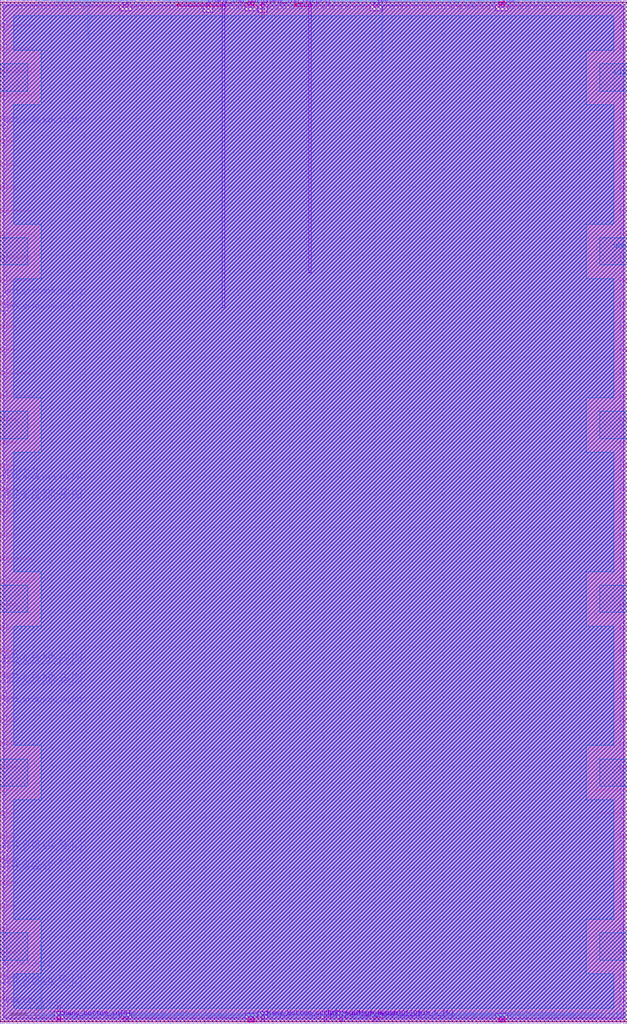
<source format=lef>
VERSION 5.7 ;
BUSBITCHARS "[]" ;

UNITS
  DATABASE MICRONS 1000 ;
END UNITS

MANUFACTURINGGRID 0.005 ;

LAYER li1
  TYPE ROUTING ;
  DIRECTION VERTICAL ;
  PITCH 0.46 ;
  WIDTH 0.17 ;
END li1

LAYER mcon
  TYPE CUT ;
END mcon

LAYER met1
  TYPE ROUTING ;
  DIRECTION HORIZONTAL ;
  PITCH 0.34 ;
  WIDTH 0.14 ;
END met1

LAYER via
  TYPE CUT ;
END via

LAYER met2
  TYPE ROUTING ;
  DIRECTION VERTICAL ;
  PITCH 0.46 ;
  WIDTH 0.14 ;
END met2

LAYER via2
  TYPE CUT ;
END via2

LAYER met3
  TYPE ROUTING ;
  DIRECTION HORIZONTAL ;
  PITCH 0.68 ;
  WIDTH 0.3 ;
END met3

LAYER via3
  TYPE CUT ;
END via3

LAYER met4
  TYPE ROUTING ;
  DIRECTION VERTICAL ;
  PITCH 0.92 ;
  WIDTH 0.3 ;
END met4

LAYER via4
  TYPE CUT ;
END via4

LAYER met5
  TYPE ROUTING ;
  DIRECTION HORIZONTAL ;
  PITCH 3.4 ;
  WIDTH 1.6 ;
END met5

LAYER nwell
  TYPE MASTERSLICE ;
END nwell

LAYER pwell
  TYPE MASTERSLICE ;
END pwell

LAYER OVERLAP
  TYPE OVERLAP ;
END OVERLAP

VIA L1M1_PR
  LAYER li1 ;
    RECT -0.085 -0.085 0.085 0.085 ;
  LAYER mcon ;
    RECT -0.085 -0.085 0.085 0.085 ;
  LAYER met1 ;
    RECT -0.145 -0.115 0.145 0.115 ;
END L1M1_PR

VIA L1M1_PR_R
  LAYER li1 ;
    RECT -0.085 -0.085 0.085 0.085 ;
  LAYER mcon ;
    RECT -0.085 -0.085 0.085 0.085 ;
  LAYER met1 ;
    RECT -0.115 -0.145 0.115 0.145 ;
END L1M1_PR_R

VIA L1M1_PR_M
  LAYER li1 ;
    RECT -0.085 -0.085 0.085 0.085 ;
  LAYER mcon ;
    RECT -0.085 -0.085 0.085 0.085 ;
  LAYER met1 ;
    RECT -0.115 -0.145 0.115 0.145 ;
END L1M1_PR_M

VIA L1M1_PR_MR
  LAYER li1 ;
    RECT -0.085 -0.085 0.085 0.085 ;
  LAYER mcon ;
    RECT -0.085 -0.085 0.085 0.085 ;
  LAYER met1 ;
    RECT -0.145 -0.115 0.145 0.115 ;
END L1M1_PR_MR

VIA L1M1_PR_C
  LAYER li1 ;
    RECT -0.085 -0.085 0.085 0.085 ;
  LAYER mcon ;
    RECT -0.085 -0.085 0.085 0.085 ;
  LAYER met1 ;
    RECT -0.145 -0.145 0.145 0.145 ;
END L1M1_PR_C

VIA M1M2_PR
  LAYER met1 ;
    RECT -0.16 -0.13 0.16 0.13 ;
  LAYER via ;
    RECT -0.075 -0.075 0.075 0.075 ;
  LAYER met2 ;
    RECT -0.13 -0.16 0.13 0.16 ;
END M1M2_PR

VIA M1M2_PR_Enc
  LAYER met1 ;
    RECT -0.16 -0.13 0.16 0.13 ;
  LAYER via ;
    RECT -0.075 -0.075 0.075 0.075 ;
  LAYER met2 ;
    RECT -0.16 -0.13 0.16 0.13 ;
END M1M2_PR_Enc

VIA M1M2_PR_R
  LAYER met1 ;
    RECT -0.13 -0.16 0.13 0.16 ;
  LAYER via ;
    RECT -0.075 -0.075 0.075 0.075 ;
  LAYER met2 ;
    RECT -0.16 -0.13 0.16 0.13 ;
END M1M2_PR_R

VIA M1M2_PR_R_Enc
  LAYER met1 ;
    RECT -0.13 -0.16 0.13 0.16 ;
  LAYER via ;
    RECT -0.075 -0.075 0.075 0.075 ;
  LAYER met2 ;
    RECT -0.13 -0.16 0.13 0.16 ;
END M1M2_PR_R_Enc

VIA M1M2_PR_M
  LAYER met1 ;
    RECT -0.16 -0.13 0.16 0.13 ;
  LAYER via ;
    RECT -0.075 -0.075 0.075 0.075 ;
  LAYER met2 ;
    RECT -0.16 -0.13 0.16 0.13 ;
END M1M2_PR_M

VIA M1M2_PR_M_Enc
  LAYER met1 ;
    RECT -0.16 -0.13 0.16 0.13 ;
  LAYER via ;
    RECT -0.075 -0.075 0.075 0.075 ;
  LAYER met2 ;
    RECT -0.13 -0.16 0.13 0.16 ;
END M1M2_PR_M_Enc

VIA M1M2_PR_MR
  LAYER met1 ;
    RECT -0.13 -0.16 0.13 0.16 ;
  LAYER via ;
    RECT -0.075 -0.075 0.075 0.075 ;
  LAYER met2 ;
    RECT -0.13 -0.16 0.13 0.16 ;
END M1M2_PR_MR

VIA M1M2_PR_MR_Enc
  LAYER met1 ;
    RECT -0.13 -0.16 0.13 0.16 ;
  LAYER via ;
    RECT -0.075 -0.075 0.075 0.075 ;
  LAYER met2 ;
    RECT -0.16 -0.13 0.16 0.13 ;
END M1M2_PR_MR_Enc

VIA M1M2_PR_C
  LAYER met1 ;
    RECT -0.16 -0.16 0.16 0.16 ;
  LAYER via ;
    RECT -0.075 -0.075 0.075 0.075 ;
  LAYER met2 ;
    RECT -0.16 -0.16 0.16 0.16 ;
END M1M2_PR_C

VIA M2M3_PR
  LAYER met2 ;
    RECT -0.14 -0.185 0.14 0.185 ;
  LAYER via2 ;
    RECT -0.1 -0.1 0.1 0.1 ;
  LAYER met3 ;
    RECT -0.165 -0.165 0.165 0.165 ;
END M2M3_PR

VIA M2M3_PR_R
  LAYER met2 ;
    RECT -0.185 -0.14 0.185 0.14 ;
  LAYER via2 ;
    RECT -0.1 -0.1 0.1 0.1 ;
  LAYER met3 ;
    RECT -0.165 -0.165 0.165 0.165 ;
END M2M3_PR_R

VIA M2M3_PR_M
  LAYER met2 ;
    RECT -0.14 -0.185 0.14 0.185 ;
  LAYER via2 ;
    RECT -0.1 -0.1 0.1 0.1 ;
  LAYER met3 ;
    RECT -0.165 -0.165 0.165 0.165 ;
END M2M3_PR_M

VIA M2M3_PR_MR
  LAYER met2 ;
    RECT -0.185 -0.14 0.185 0.14 ;
  LAYER via2 ;
    RECT -0.1 -0.1 0.1 0.1 ;
  LAYER met3 ;
    RECT -0.165 -0.165 0.165 0.165 ;
END M2M3_PR_MR

VIA M2M3_PR_C
  LAYER met2 ;
    RECT -0.185 -0.185 0.185 0.185 ;
  LAYER via2 ;
    RECT -0.1 -0.1 0.1 0.1 ;
  LAYER met3 ;
    RECT -0.165 -0.165 0.165 0.165 ;
END M2M3_PR_C

VIA M3M4_PR
  LAYER met3 ;
    RECT -0.19 -0.16 0.19 0.16 ;
  LAYER via3 ;
    RECT -0.1 -0.1 0.1 0.1 ;
  LAYER met4 ;
    RECT -0.165 -0.165 0.165 0.165 ;
END M3M4_PR

VIA M3M4_PR_R
  LAYER met3 ;
    RECT -0.16 -0.19 0.16 0.19 ;
  LAYER via3 ;
    RECT -0.1 -0.1 0.1 0.1 ;
  LAYER met4 ;
    RECT -0.165 -0.165 0.165 0.165 ;
END M3M4_PR_R

VIA M3M4_PR_M
  LAYER met3 ;
    RECT -0.19 -0.16 0.19 0.16 ;
  LAYER via3 ;
    RECT -0.1 -0.1 0.1 0.1 ;
  LAYER met4 ;
    RECT -0.165 -0.165 0.165 0.165 ;
END M3M4_PR_M

VIA M3M4_PR_MR
  LAYER met3 ;
    RECT -0.16 -0.19 0.16 0.19 ;
  LAYER via3 ;
    RECT -0.1 -0.1 0.1 0.1 ;
  LAYER met4 ;
    RECT -0.165 -0.165 0.165 0.165 ;
END M3M4_PR_MR

VIA M3M4_PR_C
  LAYER met3 ;
    RECT -0.19 -0.19 0.19 0.19 ;
  LAYER via3 ;
    RECT -0.1 -0.1 0.1 0.1 ;
  LAYER met4 ;
    RECT -0.165 -0.165 0.165 0.165 ;
END M3M4_PR_C

VIA M4M5_PR
  LAYER met4 ;
    RECT -0.59 -0.59 0.59 0.59 ;
  LAYER via4 ;
    RECT -0.4 -0.4 0.4 0.4 ;
  LAYER met5 ;
    RECT -0.71 -0.71 0.71 0.71 ;
END M4M5_PR

VIA M4M5_PR_R
  LAYER met4 ;
    RECT -0.59 -0.59 0.59 0.59 ;
  LAYER via4 ;
    RECT -0.4 -0.4 0.4 0.4 ;
  LAYER met5 ;
    RECT -0.71 -0.71 0.71 0.71 ;
END M4M5_PR_R

VIA M4M5_PR_M
  LAYER met4 ;
    RECT -0.59 -0.59 0.59 0.59 ;
  LAYER via4 ;
    RECT -0.4 -0.4 0.4 0.4 ;
  LAYER met5 ;
    RECT -0.71 -0.71 0.71 0.71 ;
END M4M5_PR_M

VIA M4M5_PR_MR
  LAYER met4 ;
    RECT -0.59 -0.59 0.59 0.59 ;
  LAYER via4 ;
    RECT -0.4 -0.4 0.4 0.4 ;
  LAYER met5 ;
    RECT -0.71 -0.71 0.71 0.71 ;
END M4M5_PR_MR

VIA M4M5_PR_C
  LAYER met4 ;
    RECT -0.59 -0.59 0.59 0.59 ;
  LAYER via4 ;
    RECT -0.4 -0.4 0.4 0.4 ;
  LAYER met5 ;
    RECT -0.71 -0.71 0.71 0.71 ;
END M4M5_PR_C

SITE unit
  CLASS CORE ;
  SYMMETRY Y ;
  SIZE 0.46 BY 2.72 ;
END unit

SITE unithddbl
  CLASS CORE ;
  SIZE 0.46 BY 5.44 ;
END unithddbl

MACRO cby_2__1_
  CLASS BLOCK ;
  ORIGIN 0 0 ;
  SIZE 73.6 BY 119.68 ;
  SYMMETRY X Y ;
  PIN pReset[0]
    DIRECTION INPUT ;
    USE SIGNAL ;
    PORT
      LAYER met1 ;
        RECT 0 64.02 0.595 64.16 ;
    END
  END pReset[0]
  PIN chany_bottom_in[0]
    DIRECTION INPUT ;
    USE SIGNAL ;
    PORT
      LAYER met2 ;
        RECT 52.6 0 52.74 0.485 ;
    END
  END chany_bottom_in[0]
  PIN chany_bottom_in[1]
    DIRECTION INPUT ;
    USE SIGNAL ;
    PORT
      LAYER met2 ;
        RECT 53.52 0 53.66 0.485 ;
    END
  END chany_bottom_in[1]
  PIN chany_bottom_in[2]
    DIRECTION INPUT ;
    USE SIGNAL ;
    PORT
      LAYER met2 ;
        RECT 55.36 0 55.5 0.485 ;
    END
  END chany_bottom_in[2]
  PIN chany_bottom_in[3]
    DIRECTION INPUT ;
    USE SIGNAL ;
    PORT
      LAYER met2 ;
        RECT 54.44 0 54.58 0.485 ;
    END
  END chany_bottom_in[3]
  PIN chany_bottom_in[4]
    DIRECTION INPUT ;
    USE SIGNAL ;
    PORT
      LAYER met2 ;
        RECT 16.26 0 16.4 0.485 ;
    END
  END chany_bottom_in[4]
  PIN chany_bottom_in[5]
    DIRECTION INPUT ;
    USE SIGNAL ;
    PORT
      LAYER met4 ;
        RECT 6.75 0 7.05 0.8 ;
    END
  END chany_bottom_in[5]
  PIN chany_bottom_in[6]
    DIRECTION INPUT ;
    USE SIGNAL ;
    PORT
      LAYER met2 ;
        RECT 34.66 0 34.8 0.485 ;
    END
  END chany_bottom_in[6]
  PIN chany_bottom_in[7]
    DIRECTION INPUT ;
    USE SIGNAL ;
    PORT
      LAYER met2 ;
        RECT 14.42 0 14.56 0.485 ;
    END
  END chany_bottom_in[7]
  PIN chany_bottom_in[8]
    DIRECTION INPUT ;
    USE SIGNAL ;
    PORT
      LAYER met2 ;
        RECT 28.68 0 28.82 0.485 ;
    END
  END chany_bottom_in[8]
  PIN chany_bottom_in[9]
    DIRECTION INPUT ;
    USE SIGNAL ;
    PORT
      LAYER met2 ;
        RECT 62.26 0 62.4 0.485 ;
    END
  END chany_bottom_in[9]
  PIN chany_bottom_in[10]
    DIRECTION INPUT ;
    USE SIGNAL ;
    PORT
      LAYER met2 ;
        RECT 10.28 0 10.42 0.485 ;
    END
  END chany_bottom_in[10]
  PIN chany_bottom_in[11]
    DIRECTION INPUT ;
    USE SIGNAL ;
    PORT
      LAYER met2 ;
        RECT 35.58 0 35.72 0.485 ;
    END
  END chany_bottom_in[11]
  PIN chany_bottom_in[12]
    DIRECTION INPUT ;
    USE SIGNAL ;
    PORT
      LAYER met2 ;
        RECT 65.02 0 65.16 0.485 ;
    END
  END chany_bottom_in[12]
  PIN chany_bottom_in[13]
    DIRECTION INPUT ;
    USE SIGNAL ;
    PORT
      LAYER met2 ;
        RECT 15.34 0 15.48 0.485 ;
    END
  END chany_bottom_in[13]
  PIN chany_bottom_in[14]
    DIRECTION INPUT ;
    USE SIGNAL ;
    PORT
      LAYER met2 ;
        RECT 33.74 0 33.88 0.485 ;
    END
  END chany_bottom_in[14]
  PIN chany_bottom_in[15]
    DIRECTION INPUT ;
    USE SIGNAL ;
    PORT
      LAYER met2 ;
        RECT 24.08 0 24.22 0.485 ;
    END
  END chany_bottom_in[15]
  PIN chany_bottom_in[16]
    DIRECTION INPUT ;
    USE SIGNAL ;
    PORT
      LAYER met2 ;
        RECT 6.6 0 6.74 0.485 ;
    END
  END chany_bottom_in[16]
  PIN chany_bottom_in[17]
    DIRECTION INPUT ;
    USE SIGNAL ;
    PORT
      LAYER met2 ;
        RECT 43.86 0 44 0.485 ;
    END
  END chany_bottom_in[17]
  PIN chany_bottom_in[18]
    DIRECTION INPUT ;
    USE SIGNAL ;
    PORT
      LAYER met2 ;
        RECT 51.68 0 51.82 0.485 ;
    END
  END chany_bottom_in[18]
  PIN chany_bottom_in[19]
    DIRECTION INPUT ;
    USE SIGNAL ;
    PORT
      LAYER met2 ;
        RECT 19.94 0 20.08 0.485 ;
    END
  END chany_bottom_in[19]
  PIN chany_bottom_in[20]
    DIRECTION INPUT ;
    USE SIGNAL ;
    PORT
      LAYER met2 ;
        RECT 22.7 0 22.84 0.485 ;
    END
  END chany_bottom_in[20]
  PIN chany_bottom_in[21]
    DIRECTION INPUT ;
    USE SIGNAL ;
    PORT
      LAYER met2 ;
        RECT 18.56 0 18.7 0.485 ;
    END
  END chany_bottom_in[21]
  PIN chany_bottom_in[22]
    DIRECTION INPUT ;
    USE SIGNAL ;
    PORT
      LAYER met2 ;
        RECT 31.9 0 32.04 0.485 ;
    END
  END chany_bottom_in[22]
  PIN chany_bottom_in[23]
    DIRECTION INPUT ;
    USE SIGNAL ;
    PORT
      LAYER met2 ;
        RECT 36.5 0 36.64 0.485 ;
    END
  END chany_bottom_in[23]
  PIN chany_bottom_in[24]
    DIRECTION INPUT ;
    USE SIGNAL ;
    PORT
      LAYER met2 ;
        RECT 56.28 0 56.42 0.485 ;
    END
  END chany_bottom_in[24]
  PIN chany_bottom_in[25]
    DIRECTION INPUT ;
    USE SIGNAL ;
    PORT
      LAYER met2 ;
        RECT 17.64 0 17.78 0.485 ;
    END
  END chany_bottom_in[25]
  PIN chany_bottom_in[26]
    DIRECTION INPUT ;
    USE SIGNAL ;
    PORT
      LAYER met2 ;
        RECT 27.76 0 27.9 0.485 ;
    END
  END chany_bottom_in[26]
  PIN chany_bottom_in[27]
    DIRECTION INPUT ;
    USE SIGNAL ;
    PORT
      LAYER met2 ;
        RECT 21.78 0 21.92 0.485 ;
    END
  END chany_bottom_in[27]
  PIN chany_bottom_in[28]
    DIRECTION INPUT ;
    USE SIGNAL ;
    PORT
      LAYER met2 ;
        RECT 8.44 0 8.58 0.485 ;
    END
  END chany_bottom_in[28]
  PIN chany_bottom_in[29]
    DIRECTION INPUT ;
    USE SIGNAL ;
    PORT
      LAYER met2 ;
        RECT 47.08 0 47.22 0.485 ;
    END
  END chany_bottom_in[29]
  PIN chany_top_in[0]
    DIRECTION INPUT ;
    USE SIGNAL ;
    PORT
      LAYER met2 ;
        RECT 53.52 119.195 53.66 119.68 ;
    END
  END chany_top_in[0]
  PIN chany_top_in[1]
    DIRECTION INPUT ;
    USE SIGNAL ;
    PORT
      LAYER met2 ;
        RECT 42.94 119.195 43.08 119.68 ;
    END
  END chany_top_in[1]
  PIN chany_top_in[2]
    DIRECTION INPUT ;
    USE SIGNAL ;
    PORT
      LAYER met2 ;
        RECT 3.84 119.195 3.98 119.68 ;
    END
  END chany_top_in[2]
  PIN chany_top_in[3]
    DIRECTION INPUT ;
    USE SIGNAL ;
    PORT
      LAYER met2 ;
        RECT 52.6 119.195 52.74 119.68 ;
    END
  END chany_top_in[3]
  PIN chany_top_in[4]
    DIRECTION INPUT ;
    USE SIGNAL ;
    PORT
      LAYER met2 ;
        RECT 30.98 119.195 31.12 119.68 ;
    END
  END chany_top_in[4]
  PIN chany_top_in[5]
    DIRECTION INPUT ;
    USE SIGNAL ;
    PORT
      LAYER met2 ;
        RECT 65.94 119.195 66.08 119.68 ;
    END
  END chany_top_in[5]
  PIN chany_top_in[6]
    DIRECTION INPUT ;
    USE SIGNAL ;
    PORT
      LAYER met2 ;
        RECT 9.36 119.195 9.5 119.68 ;
    END
  END chany_top_in[6]
  PIN chany_top_in[7]
    DIRECTION INPUT ;
    USE SIGNAL ;
    PORT
      LAYER met2 ;
        RECT 16.26 119.195 16.4 119.68 ;
    END
  END chany_top_in[7]
  PIN chany_top_in[8]
    DIRECTION INPUT ;
    USE SIGNAL ;
    PORT
      LAYER met2 ;
        RECT 40.18 119.195 40.32 119.68 ;
    END
  END chany_top_in[8]
  PIN chany_top_in[9]
    DIRECTION INPUT ;
    USE SIGNAL ;
    PORT
      LAYER met2 ;
        RECT 27.3 119.195 27.44 119.68 ;
    END
  END chany_top_in[9]
  PIN chany_top_in[10]
    DIRECTION INPUT ;
    USE SIGNAL ;
    PORT
      LAYER met2 ;
        RECT 7.52 119.195 7.66 119.68 ;
    END
  END chany_top_in[10]
  PIN chany_top_in[11]
    DIRECTION INPUT ;
    USE SIGNAL ;
    PORT
      LAYER met2 ;
        RECT 36.5 119.195 36.64 119.68 ;
    END
  END chany_top_in[11]
  PIN chany_top_in[12]
    DIRECTION INPUT ;
    USE SIGNAL ;
    PORT
      LAYER met2 ;
        RECT 17.18 119.195 17.32 119.68 ;
    END
  END chany_top_in[12]
  PIN chany_top_in[13]
    DIRECTION INPUT ;
    USE SIGNAL ;
    PORT
      LAYER met2 ;
        RECT 18.1 119.195 18.24 119.68 ;
    END
  END chany_top_in[13]
  PIN chany_top_in[14]
    DIRECTION INPUT ;
    USE SIGNAL ;
    PORT
      LAYER met2 ;
        RECT 50.76 119.195 50.9 119.68 ;
    END
  END chany_top_in[14]
  PIN chany_top_in[15]
    DIRECTION INPUT ;
    USE SIGNAL ;
    PORT
      LAYER met2 ;
        RECT 23.62 119.195 23.76 119.68 ;
    END
  END chany_top_in[15]
  PIN chany_top_in[16]
    DIRECTION INPUT ;
    USE SIGNAL ;
    PORT
      LAYER met2 ;
        RECT 22.7 119.195 22.84 119.68 ;
    END
  END chany_top_in[16]
  PIN chany_top_in[17]
    DIRECTION INPUT ;
    USE SIGNAL ;
    PORT
      LAYER met2 ;
        RECT 46.16 119.195 46.3 119.68 ;
    END
  END chany_top_in[17]
  PIN chany_top_in[18]
    DIRECTION INPUT ;
    USE SIGNAL ;
    PORT
      LAYER met2 ;
        RECT 28.22 119.195 28.36 119.68 ;
    END
  END chany_top_in[18]
  PIN chany_top_in[19]
    DIRECTION INPUT ;
    USE SIGNAL ;
    PORT
      LAYER met2 ;
        RECT 19.94 119.195 20.08 119.68 ;
    END
  END chany_top_in[19]
  PIN chany_top_in[20]
    DIRECTION INPUT ;
    USE SIGNAL ;
    PORT
      LAYER met2 ;
        RECT 19.02 119.195 19.16 119.68 ;
    END
  END chany_top_in[20]
  PIN chany_top_in[21]
    DIRECTION INPUT ;
    USE SIGNAL ;
    PORT
      LAYER met2 ;
        RECT 21.78 119.195 21.92 119.68 ;
    END
  END chany_top_in[21]
  PIN chany_top_in[22]
    DIRECTION INPUT ;
    USE SIGNAL ;
    PORT
      LAYER met2 ;
        RECT 8.44 119.195 8.58 119.68 ;
    END
  END chany_top_in[22]
  PIN chany_top_in[23]
    DIRECTION INPUT ;
    USE SIGNAL ;
    PORT
      LAYER met2 ;
        RECT 38.34 119.195 38.48 119.68 ;
    END
  END chany_top_in[23]
  PIN chany_top_in[24]
    DIRECTION INPUT ;
    USE SIGNAL ;
    PORT
      LAYER met2 ;
        RECT 60.42 119.195 60.56 119.68 ;
    END
  END chany_top_in[24]
  PIN chany_top_in[25]
    DIRECTION INPUT ;
    USE SIGNAL ;
    PORT
      LAYER met2 ;
        RECT 55.36 119.195 55.5 119.68 ;
    END
  END chany_top_in[25]
  PIN chany_top_in[26]
    DIRECTION INPUT ;
    USE SIGNAL ;
    PORT
      LAYER met2 ;
        RECT 33.74 119.195 33.88 119.68 ;
    END
  END chany_top_in[26]
  PIN chany_top_in[27]
    DIRECTION INPUT ;
    USE SIGNAL ;
    PORT
      LAYER met2 ;
        RECT 26.38 119.195 26.52 119.68 ;
    END
  END chany_top_in[27]
  PIN chany_top_in[28]
    DIRECTION INPUT ;
    USE SIGNAL ;
    PORT
      LAYER met2 ;
        RECT 24.54 119.195 24.68 119.68 ;
    END
  END chany_top_in[28]
  PIN chany_top_in[29]
    DIRECTION INPUT ;
    USE SIGNAL ;
    PORT
      LAYER met2 ;
        RECT 48 119.195 48.14 119.68 ;
    END
  END chany_top_in[29]
  PIN ccff_head[0]
    DIRECTION INPUT ;
    USE SIGNAL ;
    PORT
      LAYER met1 ;
        RECT 0 17.44 0.595 17.58 ;
    END
  END ccff_head[0]
  PIN chany_bottom_out[0]
    DIRECTION OUTPUT ;
    USE SIGNAL ;
    PORT
      LAYER met2 ;
        RECT 42.02 0 42.16 0.485 ;
    END
  END chany_bottom_out[0]
  PIN chany_bottom_out[1]
    DIRECTION OUTPUT ;
    USE SIGNAL ;
    PORT
      LAYER met4 ;
        RECT 30.67 0 30.97 0.8 ;
    END
  END chany_bottom_out[1]
  PIN chany_bottom_out[2]
    DIRECTION OUTPUT ;
    USE SIGNAL ;
    PORT
      LAYER met2 ;
        RECT 2.92 0 3.06 0.485 ;
    END
  END chany_bottom_out[2]
  PIN chany_bottom_out[3]
    DIRECTION OUTPUT ;
    USE SIGNAL ;
    PORT
      LAYER met2 ;
        RECT 26.84 0 26.98 0.485 ;
    END
  END chany_bottom_out[3]
  PIN chany_bottom_out[4]
    DIRECTION OUTPUT ;
    USE SIGNAL ;
    PORT
      LAYER met2 ;
        RECT 20.86 0 21 0.485 ;
    END
  END chany_bottom_out[4]
  PIN chany_bottom_out[5]
    DIRECTION OUTPUT ;
    USE SIGNAL ;
    PORT
      LAYER met2 ;
        RECT 30.98 0 31.12 0.485 ;
    END
  END chany_bottom_out[5]
  PIN chany_bottom_out[6]
    DIRECTION OUTPUT ;
    USE SIGNAL ;
    PORT
      LAYER met2 ;
        RECT 25 0 25.14 0.485 ;
    END
  END chany_bottom_out[6]
  PIN chany_bottom_out[7]
    DIRECTION OUTPUT ;
    USE SIGNAL ;
    PORT
      LAYER met2 ;
        RECT 39.26 0 39.4 0.485 ;
    END
  END chany_bottom_out[7]
  PIN chany_bottom_out[8]
    DIRECTION OUTPUT ;
    USE SIGNAL ;
    PORT
      LAYER met2 ;
        RECT 42.94 0 43.08 0.485 ;
    END
  END chany_bottom_out[8]
  PIN chany_bottom_out[9]
    DIRECTION OUTPUT ;
    USE SIGNAL ;
    PORT
      LAYER met2 ;
        RECT 38.34 0 38.48 0.485 ;
    END
  END chany_bottom_out[9]
  PIN chany_bottom_out[10]
    DIRECTION OUTPUT ;
    USE SIGNAL ;
    PORT
      LAYER met2 ;
        RECT 60.42 0 60.56 0.485 ;
    END
  END chany_bottom_out[10]
  PIN chany_bottom_out[11]
    DIRECTION OUTPUT ;
    USE SIGNAL ;
    PORT
      LAYER met2 ;
        RECT 48 0 48.14 0.485 ;
    END
  END chany_bottom_out[11]
  PIN chany_bottom_out[12]
    DIRECTION OUTPUT ;
    USE SIGNAL ;
    PORT
      LAYER met2 ;
        RECT 41.1 0 41.24 0.485 ;
    END
  END chany_bottom_out[12]
  PIN chany_bottom_out[13]
    DIRECTION OUTPUT ;
    USE SIGNAL ;
    PORT
      LAYER met2 ;
        RECT 37.42 0 37.56 0.485 ;
    END
  END chany_bottom_out[13]
  PIN chany_bottom_out[14]
    DIRECTION OUTPUT ;
    USE SIGNAL ;
    PORT
      LAYER met2 ;
        RECT 46.16 0 46.3 0.485 ;
    END
  END chany_bottom_out[14]
  PIN chany_bottom_out[15]
    DIRECTION OUTPUT ;
    USE SIGNAL ;
    PORT
      LAYER met2 ;
        RECT 64.1 0 64.24 0.485 ;
    END
  END chany_bottom_out[15]
  PIN chany_bottom_out[16]
    DIRECTION OUTPUT ;
    USE SIGNAL ;
    PORT
      LAYER met2 ;
        RECT 40.18 0 40.32 0.485 ;
    END
  END chany_bottom_out[16]
  PIN chany_bottom_out[17]
    DIRECTION OUTPUT ;
    USE SIGNAL ;
    PORT
      LAYER met2 ;
        RECT 59.5 0 59.64 0.485 ;
    END
  END chany_bottom_out[17]
  PIN chany_bottom_out[18]
    DIRECTION OUTPUT ;
    USE SIGNAL ;
    PORT
      LAYER met2 ;
        RECT 57.66 0 57.8 0.485 ;
    END
  END chany_bottom_out[18]
  PIN chany_bottom_out[19]
    DIRECTION OUTPUT ;
    USE SIGNAL ;
    PORT
      LAYER met2 ;
        RECT 63.18 0 63.32 0.485 ;
    END
  END chany_bottom_out[19]
  PIN chany_bottom_out[20]
    DIRECTION OUTPUT ;
    USE SIGNAL ;
    PORT
      LAYER met2 ;
        RECT 44.78 0 44.92 0.485 ;
    END
  END chany_bottom_out[20]
  PIN chany_bottom_out[21]
    DIRECTION OUTPUT ;
    USE SIGNAL ;
    PORT
      LAYER met2 ;
        RECT 25.92 0 26.06 0.485 ;
    END
  END chany_bottom_out[21]
  PIN chany_bottom_out[22]
    DIRECTION OUTPUT ;
    USE SIGNAL ;
    PORT
      LAYER met2 ;
        RECT 7.52 0 7.66 0.485 ;
    END
  END chany_bottom_out[22]
  PIN chany_bottom_out[23]
    DIRECTION OUTPUT ;
    USE SIGNAL ;
    PORT
      LAYER met2 ;
        RECT 13.5 0 13.64 0.485 ;
    END
  END chany_bottom_out[23]
  PIN chany_bottom_out[24]
    DIRECTION OUTPUT ;
    USE SIGNAL ;
    PORT
      LAYER met2 ;
        RECT 3.84 0 3.98 0.485 ;
    END
  END chany_bottom_out[24]
  PIN chany_bottom_out[25]
    DIRECTION OUTPUT ;
    USE SIGNAL ;
    PORT
      LAYER met2 ;
        RECT 12.58 0 12.72 0.485 ;
    END
  END chany_bottom_out[25]
  PIN chany_bottom_out[26]
    DIRECTION OUTPUT ;
    USE SIGNAL ;
    PORT
      LAYER met2 ;
        RECT 61.34 0 61.48 0.485 ;
    END
  END chany_bottom_out[26]
  PIN chany_bottom_out[27]
    DIRECTION OUTPUT ;
    USE SIGNAL ;
    PORT
      LAYER met2 ;
        RECT 50.76 0 50.9 0.485 ;
    END
  END chany_bottom_out[27]
  PIN chany_bottom_out[28]
    DIRECTION OUTPUT ;
    USE SIGNAL ;
    PORT
      LAYER met2 ;
        RECT 49.84 0 49.98 0.485 ;
    END
  END chany_bottom_out[28]
  PIN chany_bottom_out[29]
    DIRECTION OUTPUT ;
    USE SIGNAL ;
    PORT
      LAYER met2 ;
        RECT 48.92 0 49.06 0.485 ;
    END
  END chany_bottom_out[29]
  PIN chany_top_out[0]
    DIRECTION OUTPUT ;
    USE SIGNAL ;
    PORT
      LAYER met2 ;
        RECT 51.68 119.195 51.82 119.68 ;
    END
  END chany_top_out[0]
  PIN chany_top_out[1]
    DIRECTION OUTPUT ;
    USE SIGNAL ;
    PORT
      LAYER met2 ;
        RECT 5.68 119.195 5.82 119.68 ;
    END
  END chany_top_out[1]
  PIN chany_top_out[2]
    DIRECTION OUTPUT ;
    USE SIGNAL ;
    PORT
      LAYER met2 ;
        RECT 49.84 119.195 49.98 119.68 ;
    END
  END chany_top_out[2]
  PIN chany_top_out[3]
    DIRECTION OUTPUT ;
    USE SIGNAL ;
    PORT
      LAYER met4 ;
        RECT 24.23 118.88 24.53 119.68 ;
    END
  END chany_top_out[3]
  PIN chany_top_out[4]
    DIRECTION OUTPUT ;
    USE SIGNAL ;
    PORT
      LAYER met2 ;
        RECT 65.02 119.195 65.16 119.68 ;
    END
  END chany_top_out[4]
  PIN chany_top_out[5]
    DIRECTION OUTPUT ;
    USE SIGNAL ;
    PORT
      LAYER met2 ;
        RECT 44.32 119.195 44.46 119.68 ;
    END
  END chany_top_out[5]
  PIN chany_top_out[6]
    DIRECTION OUTPUT ;
    USE SIGNAL ;
    PORT
      LAYER met2 ;
        RECT 31.9 119.195 32.04 119.68 ;
    END
  END chany_top_out[6]
  PIN chany_top_out[7]
    DIRECTION OUTPUT ;
    USE SIGNAL ;
    PORT
      LAYER met2 ;
        RECT 41.1 119.195 41.24 119.68 ;
    END
  END chany_top_out[7]
  PIN chany_top_out[8]
    DIRECTION OUTPUT ;
    USE SIGNAL ;
    PORT
      LAYER met2 ;
        RECT 61.34 119.195 61.48 119.68 ;
    END
  END chany_top_out[8]
  PIN chany_top_out[9]
    DIRECTION OUTPUT ;
    USE SIGNAL ;
    PORT
      LAYER met2 ;
        RECT 34.66 119.195 34.8 119.68 ;
    END
  END chany_top_out[9]
  PIN chany_top_out[10]
    DIRECTION OUTPUT ;
    USE SIGNAL ;
    PORT
      LAYER met2 ;
        RECT 35.58 119.195 35.72 119.68 ;
    END
  END chany_top_out[10]
  PIN chany_top_out[11]
    DIRECTION OUTPUT ;
    USE SIGNAL ;
    PORT
      LAYER met2 ;
        RECT 47.08 119.195 47.22 119.68 ;
    END
  END chany_top_out[11]
  PIN chany_top_out[12]
    DIRECTION OUTPUT ;
    USE SIGNAL ;
    PORT
      LAYER met2 ;
        RECT 30.06 119.195 30.2 119.68 ;
    END
  END chany_top_out[12]
  PIN chany_top_out[13]
    DIRECTION OUTPUT ;
    USE SIGNAL ;
    PORT
      LAYER met2 ;
        RECT 64.1 119.195 64.24 119.68 ;
    END
  END chany_top_out[13]
  PIN chany_top_out[14]
    DIRECTION OUTPUT ;
    USE SIGNAL ;
    PORT
      LAYER met2 ;
        RECT 63.18 119.195 63.32 119.68 ;
    END
  END chany_top_out[14]
  PIN chany_top_out[15]
    DIRECTION OUTPUT ;
    USE SIGNAL ;
    PORT
      LAYER met2 ;
        RECT 56.28 119.195 56.42 119.68 ;
    END
  END chany_top_out[15]
  PIN chany_top_out[16]
    DIRECTION OUTPUT ;
    USE SIGNAL ;
    PORT
      LAYER met2 ;
        RECT 37.42 119.195 37.56 119.68 ;
    END
  END chany_top_out[16]
  PIN chany_top_out[17]
    DIRECTION OUTPUT ;
    USE SIGNAL ;
    PORT
      LAYER met2 ;
        RECT 45.24 119.195 45.38 119.68 ;
    END
  END chany_top_out[17]
  PIN chany_top_out[18]
    DIRECTION OUTPUT ;
    USE SIGNAL ;
    PORT
      LAYER met2 ;
        RECT 59.5 119.195 59.64 119.68 ;
    END
  END chany_top_out[18]
  PIN chany_top_out[19]
    DIRECTION OUTPUT ;
    USE SIGNAL ;
    PORT
      LAYER met2 ;
        RECT 39.26 119.195 39.4 119.68 ;
    END
  END chany_top_out[19]
  PIN chany_top_out[20]
    DIRECTION OUTPUT ;
    USE SIGNAL ;
    PORT
      LAYER met2 ;
        RECT 62.26 119.195 62.4 119.68 ;
    END
  END chany_top_out[20]
  PIN chany_top_out[21]
    DIRECTION OUTPUT ;
    USE SIGNAL ;
    PORT
      LAYER met2 ;
        RECT 48.92 119.195 49.06 119.68 ;
    END
  END chany_top_out[21]
  PIN chany_top_out[22]
    DIRECTION OUTPUT ;
    USE SIGNAL ;
    PORT
      LAYER met2 ;
        RECT 32.82 119.195 32.96 119.68 ;
    END
  END chany_top_out[22]
  PIN chany_top_out[23]
    DIRECTION OUTPUT ;
    USE SIGNAL ;
    PORT
      LAYER met4 ;
        RECT 30.67 118.88 30.97 119.68 ;
    END
  END chany_top_out[23]
  PIN chany_top_out[24]
    DIRECTION OUTPUT ;
    USE SIGNAL ;
    PORT
      LAYER met2 ;
        RECT 4.76 119.195 4.9 119.68 ;
    END
  END chany_top_out[24]
  PIN chany_top_out[25]
    DIRECTION OUTPUT ;
    USE SIGNAL ;
    PORT
      LAYER met2 ;
        RECT 57.66 119.195 57.8 119.68 ;
    END
  END chany_top_out[25]
  PIN chany_top_out[26]
    DIRECTION OUTPUT ;
    USE SIGNAL ;
    PORT
      LAYER met2 ;
        RECT 25.46 119.195 25.6 119.68 ;
    END
  END chany_top_out[26]
  PIN chany_top_out[27]
    DIRECTION OUTPUT ;
    USE SIGNAL ;
    PORT
      LAYER met2 ;
        RECT 20.86 119.195 21 119.68 ;
    END
  END chany_top_out[27]
  PIN chany_top_out[28]
    DIRECTION OUTPUT ;
    USE SIGNAL ;
    PORT
      LAYER met2 ;
        RECT 42.02 119.195 42.16 119.68 ;
    END
  END chany_top_out[28]
  PIN chany_top_out[29]
    DIRECTION OUTPUT ;
    USE SIGNAL ;
    PORT
      LAYER met2 ;
        RECT 54.44 119.195 54.58 119.68 ;
    END
  END chany_top_out[29]
  PIN right_grid_pin_0_[0]
    DIRECTION OUTPUT ;
    USE SIGNAL ;
    PORT
      LAYER met4 ;
        RECT 39.87 0 40.17 0.8 ;
    END
  END right_grid_pin_0_[0]
  PIN left_grid_pin_16_[0]
    DIRECTION OUTPUT ;
    USE SIGNAL ;
    PORT
      LAYER met1 ;
        RECT 0 63.34 0.595 63.48 ;
    END
  END left_grid_pin_16_[0]
  PIN left_grid_pin_17_[0]
    DIRECTION OUTPUT ;
    USE SIGNAL ;
    PORT
      LAYER met1 ;
        RECT 0 105.16 0.595 105.3 ;
    END
  END left_grid_pin_17_[0]
  PIN left_grid_pin_18_[0]
    DIRECTION OUTPUT ;
    USE SIGNAL ;
    PORT
      LAYER met1 ;
        RECT 0 83.4 0.595 83.54 ;
    END
  END left_grid_pin_18_[0]
  PIN left_grid_pin_19_[0]
    DIRECTION OUTPUT ;
    USE SIGNAL ;
    PORT
      LAYER met1 ;
        RECT 0 85.1 0.595 85.24 ;
    END
  END left_grid_pin_19_[0]
  PIN left_grid_pin_20_[0]
    DIRECTION OUTPUT ;
    USE SIGNAL ;
    PORT
      LAYER met1 ;
        RECT 0 41.58 0.595 41.72 ;
    END
  END left_grid_pin_20_[0]
  PIN left_grid_pin_21_[0]
    DIRECTION OUTPUT ;
    USE SIGNAL ;
    PORT
      LAYER met1 ;
        RECT 0 39.88 0.595 40.02 ;
    END
  END left_grid_pin_21_[0]
  PIN left_grid_pin_22_[0]
    DIRECTION OUTPUT ;
    USE SIGNAL ;
    PORT
      LAYER met1 ;
        RECT 0 42.26 0.595 42.4 ;
    END
  END left_grid_pin_22_[0]
  PIN left_grid_pin_23_[0]
    DIRECTION OUTPUT ;
    USE SIGNAL ;
    PORT
      LAYER met1 ;
        RECT 0 61.64 0.595 61.78 ;
    END
  END left_grid_pin_23_[0]
  PIN left_grid_pin_24_[0]
    DIRECTION OUTPUT ;
    USE SIGNAL ;
    PORT
      LAYER met1 ;
        RECT 0 37.16 0.595 37.3 ;
    END
  END left_grid_pin_24_[0]
  PIN left_grid_pin_25_[0]
    DIRECTION OUTPUT ;
    USE SIGNAL ;
    PORT
      LAYER met1 ;
        RECT 0 60.96 0.595 61.1 ;
    END
  END left_grid_pin_25_[0]
  PIN left_grid_pin_26_[0]
    DIRECTION OUTPUT ;
    USE SIGNAL ;
    PORT
      LAYER met1 ;
        RECT 0 19.82 0.595 19.96 ;
    END
  END left_grid_pin_26_[0]
  PIN left_grid_pin_27_[0]
    DIRECTION OUTPUT ;
    USE SIGNAL ;
    PORT
      LAYER met1 ;
        RECT 0 39.2 0.595 39.34 ;
    END
  END left_grid_pin_27_[0]
  PIN left_grid_pin_28_[0]
    DIRECTION OUTPUT ;
    USE SIGNAL ;
    PORT
      LAYER met1 ;
        RECT 0 4.52 0.595 4.66 ;
    END
  END left_grid_pin_28_[0]
  PIN left_grid_pin_29_[0]
    DIRECTION OUTPUT ;
    USE SIGNAL ;
    PORT
      LAYER met1 ;
        RECT 0 3.84 0.595 3.98 ;
    END
  END left_grid_pin_29_[0]
  PIN left_grid_pin_30_[0]
    DIRECTION OUTPUT ;
    USE SIGNAL ;
    PORT
      LAYER met1 ;
        RECT 0 18.12 0.595 18.26 ;
    END
  END left_grid_pin_30_[0]
  PIN left_grid_pin_31_[0]
    DIRECTION OUTPUT ;
    USE SIGNAL ;
    PORT
      LAYER met1 ;
        RECT 0 20.5 0.595 20.64 ;
    END
  END left_grid_pin_31_[0]
  PIN ccff_tail[0]
    DIRECTION OUTPUT ;
    USE SIGNAL ;
    PORT
      LAYER met2 ;
        RECT 9.36 0 9.5 0.485 ;
    END
  END ccff_tail[0]
  PIN IO_ISOL_N[0]
    DIRECTION INPUT ;
    USE SIGNAL ;
    PORT
      LAYER met1 ;
        RECT 0 6.22 0.595 6.36 ;
    END
  END IO_ISOL_N[0]
  PIN gfpga_pad_EMBEDDED_IO_HD_SOC_IN[0]
    DIRECTION INPUT ;
    USE SIGNAL ;
    PORT
      LAYER met1 ;
        RECT 73.005 1.8 73.6 1.94 ;
    END
  END gfpga_pad_EMBEDDED_IO_HD_SOC_IN[0]
  PIN gfpga_pad_EMBEDDED_IO_HD_SOC_OUT[0]
    DIRECTION OUTPUT ;
    USE SIGNAL ;
    PORT
      LAYER met1 ;
        RECT 73.005 4.52 73.6 4.66 ;
    END
  END gfpga_pad_EMBEDDED_IO_HD_SOC_OUT[0]
  PIN gfpga_pad_EMBEDDED_IO_HD_SOC_DIR[0]
    DIRECTION OUTPUT ;
    USE SIGNAL ;
    PORT
      LAYER met1 ;
        RECT 73.005 3.5 73.6 3.64 ;
    END
  END gfpga_pad_EMBEDDED_IO_HD_SOC_DIR[0]
  PIN left_width_0_height_0__pin_0_[0]
    DIRECTION INPUT ;
    USE SIGNAL ;
    PORT
      LAYER met4 ;
        RECT 38.03 0 38.33 0.8 ;
    END
  END left_width_0_height_0__pin_0_[0]
  PIN left_width_0_height_0__pin_1_upper[0]
    DIRECTION OUTPUT ;
    USE SIGNAL ;
    PORT
      LAYER met2 ;
        RECT 2.46 119.195 2.6 119.68 ;
    END
  END left_width_0_height_0__pin_1_upper[0]
  PIN left_width_0_height_0__pin_1_lower[0]
    DIRECTION OUTPUT ;
    USE SIGNAL ;
    PORT
      LAYER met2 ;
        RECT 32.82 0 32.96 0.485 ;
    END
  END left_width_0_height_0__pin_1_lower[0]
  PIN pReset_S_in
    DIRECTION INPUT ;
    USE SIGNAL ;
    PORT
      LAYER met2 ;
        RECT 5.22 0 5.36 0.485 ;
    END
  END pReset_S_in
  PIN prog_clk_0_W_in
    DIRECTION INPUT ;
    USE CLOCK ;
    PORT
      LAYER met1 ;
        RECT 0 1.8 0.595 1.94 ;
    END
  END prog_clk_0_W_in
  PIN prog_clk_0_S_out
    DIRECTION OUTPUT ;
    USE CLOCK ;
    PORT
      LAYER met2 ;
        RECT 11.66 0 11.8 0.485 ;
    END
  END prog_clk_0_S_out
  PIN prog_clk_0_N_out
    DIRECTION OUTPUT ;
    USE CLOCK ;
    PORT
      LAYER met2 ;
        RECT 6.6 119.195 6.74 119.68 ;
    END
  END prog_clk_0_N_out
  PIN VDD
    DIRECTION INPUT ;
    USE POWER ;
    PORT
      LAYER met5 ;
        RECT 0 7.24 3.2 10.44 ;
        RECT 70.4 7.24 73.6 10.44 ;
        RECT 0 48.04 3.2 51.24 ;
        RECT 70.4 48.04 73.6 51.24 ;
        RECT 0 88.84 3.2 92.04 ;
        RECT 70.4 88.84 73.6 92.04 ;
      LAYER met4 ;
        RECT 14.42 0 15.02 0.6 ;
        RECT 43.86 0 44.46 0.6 ;
        RECT 14.42 119.08 15.02 119.68 ;
        RECT 43.86 119.08 44.46 119.68 ;
      LAYER met1 ;
        RECT 0 2.48 0.48 2.96 ;
        RECT 73.12 2.48 73.6 2.96 ;
        RECT 0 7.92 0.48 8.4 ;
        RECT 73.12 7.92 73.6 8.4 ;
        RECT 0 13.36 0.48 13.84 ;
        RECT 73.12 13.36 73.6 13.84 ;
        RECT 0 18.8 0.48 19.28 ;
        RECT 73.12 18.8 73.6 19.28 ;
        RECT 0 24.24 0.48 24.72 ;
        RECT 73.12 24.24 73.6 24.72 ;
        RECT 0 29.68 0.48 30.16 ;
        RECT 73.12 29.68 73.6 30.16 ;
        RECT 0 35.12 0.48 35.6 ;
        RECT 73.12 35.12 73.6 35.6 ;
        RECT 0 40.56 0.48 41.04 ;
        RECT 73.12 40.56 73.6 41.04 ;
        RECT 0 46 0.48 46.48 ;
        RECT 73.12 46 73.6 46.48 ;
        RECT 0 51.44 0.48 51.92 ;
        RECT 73.12 51.44 73.6 51.92 ;
        RECT 0 56.88 0.48 57.36 ;
        RECT 73.12 56.88 73.6 57.36 ;
        RECT 0 62.32 0.48 62.8 ;
        RECT 73.12 62.32 73.6 62.8 ;
        RECT 0 67.76 0.48 68.24 ;
        RECT 73.12 67.76 73.6 68.24 ;
        RECT 0 73.2 0.48 73.68 ;
        RECT 73.12 73.2 73.6 73.68 ;
        RECT 0 78.64 0.48 79.12 ;
        RECT 73.12 78.64 73.6 79.12 ;
        RECT 0 84.08 0.48 84.56 ;
        RECT 73.12 84.08 73.6 84.56 ;
        RECT 0 89.52 0.48 90 ;
        RECT 73.12 89.52 73.6 90 ;
        RECT 0 94.96 0.48 95.44 ;
        RECT 73.12 94.96 73.6 95.44 ;
        RECT 0 100.4 0.48 100.88 ;
        RECT 73.12 100.4 73.6 100.88 ;
        RECT 0 105.84 0.48 106.32 ;
        RECT 73.12 105.84 73.6 106.32 ;
        RECT 0 111.28 0.48 111.76 ;
        RECT 73.12 111.28 73.6 111.76 ;
        RECT 0 116.72 0.48 117.2 ;
        RECT 73.12 116.72 73.6 117.2 ;
    END
  END VDD
  PIN VSS
    DIRECTION INPUT ;
    USE GROUND ;
    PORT
      LAYER met5 ;
        RECT 0 27.64 3.2 30.84 ;
        RECT 70.4 27.64 73.6 30.84 ;
        RECT 0 68.44 3.2 71.64 ;
        RECT 70.4 68.44 73.6 71.64 ;
        RECT 0 109.24 3.2 112.44 ;
        RECT 70.4 109.24 73.6 112.44 ;
      LAYER met4 ;
        RECT 29.14 0 29.74 0.6 ;
        RECT 58.58 0 59.18 0.6 ;
        RECT 29.14 119.08 29.74 119.68 ;
        RECT 58.58 119.08 59.18 119.68 ;
      LAYER met1 ;
        RECT 0 -0.24 0.48 0.24 ;
        RECT 73.12 -0.24 73.6 0.24 ;
        RECT 0 5.2 0.48 5.68 ;
        RECT 73.12 5.2 73.6 5.68 ;
        RECT 0 10.64 0.48 11.12 ;
        RECT 73.12 10.64 73.6 11.12 ;
        RECT 0 16.08 0.48 16.56 ;
        RECT 73.12 16.08 73.6 16.56 ;
        RECT 0 21.52 0.48 22 ;
        RECT 73.12 21.52 73.6 22 ;
        RECT 0 26.96 0.48 27.44 ;
        RECT 73.12 26.96 73.6 27.44 ;
        RECT 0 32.4 0.48 32.88 ;
        RECT 73.12 32.4 73.6 32.88 ;
        RECT 0 37.84 0.48 38.32 ;
        RECT 73.12 37.84 73.6 38.32 ;
        RECT 0 43.28 0.48 43.76 ;
        RECT 73.12 43.28 73.6 43.76 ;
        RECT 0 48.72 0.48 49.2 ;
        RECT 73.12 48.72 73.6 49.2 ;
        RECT 0 54.16 0.48 54.64 ;
        RECT 73.12 54.16 73.6 54.64 ;
        RECT 0 59.6 0.48 60.08 ;
        RECT 73.12 59.6 73.6 60.08 ;
        RECT 0 65.04 0.48 65.52 ;
        RECT 73.12 65.04 73.6 65.52 ;
        RECT 0 70.48 0.48 70.96 ;
        RECT 73.12 70.48 73.6 70.96 ;
        RECT 0 75.92 0.48 76.4 ;
        RECT 73.12 75.92 73.6 76.4 ;
        RECT 0 81.36 0.48 81.84 ;
        RECT 73.12 81.36 73.6 81.84 ;
        RECT 0 86.8 0.48 87.28 ;
        RECT 73.12 86.8 73.6 87.28 ;
        RECT 0 92.24 0.48 92.72 ;
        RECT 73.12 92.24 73.6 92.72 ;
        RECT 0 97.68 0.48 98.16 ;
        RECT 73.12 97.68 73.6 98.16 ;
        RECT 0 103.12 0.48 103.6 ;
        RECT 73.12 103.12 73.6 103.6 ;
        RECT 0 108.56 0.48 109.04 ;
        RECT 73.12 108.56 73.6 109.04 ;
        RECT 0 114 0.48 114.48 ;
        RECT 73.12 114 73.6 114.48 ;
        RECT 0 119.44 0.48 119.92 ;
        RECT 73.12 119.44 73.6 119.92 ;
    END
  END VSS
  OBS
    LAYER met1 ;
      POLYGON 72.84 119.92 72.84 119.44 59.04 119.44 59.04 119.43 58.72 119.43 58.72 119.44 29.6 119.44 29.6 119.43 29.28 119.43 29.28 119.44 0.76 119.44 0.76 119.92 ;
      POLYGON 59.04 0.25 59.04 0.24 72.84 0.24 72.84 -0.24 0.76 -0.24 0.76 0.24 29.28 0.24 29.28 0.25 29.6 0.25 29.6 0.24 58.72 0.24 58.72 0.25 ;
      POLYGON 72.84 119.4 72.84 119.16 73.32 119.16 73.32 117.48 72.84 117.48 72.84 116.44 73.32 116.44 73.32 114.76 72.84 114.76 72.84 113.72 73.32 113.72 73.32 112.04 72.84 112.04 72.84 111 73.32 111 73.32 109.32 72.84 109.32 72.84 108.28 73.32 108.28 73.32 106.6 72.84 106.6 72.84 105.56 73.32 105.56 73.32 103.88 72.84 103.88 72.84 102.84 73.32 102.84 73.32 101.16 72.84 101.16 72.84 100.12 73.32 100.12 73.32 98.44 72.84 98.44 72.84 97.4 73.32 97.4 73.32 95.72 72.84 95.72 72.84 94.68 73.32 94.68 73.32 93 72.84 93 72.84 91.96 73.32 91.96 73.32 90.28 72.84 90.28 72.84 89.24 73.32 89.24 73.32 87.56 72.84 87.56 72.84 86.52 73.32 86.52 73.32 84.84 72.84 84.84 72.84 83.8 73.32 83.8 73.32 82.12 72.84 82.12 72.84 81.08 73.32 81.08 73.32 79.4 72.84 79.4 72.84 78.36 73.32 78.36 73.32 76.68 72.84 76.68 72.84 75.64 73.32 75.64 73.32 73.96 72.84 73.96 72.84 72.92 73.32 72.92 73.32 71.24 72.84 71.24 72.84 70.2 73.32 70.2 73.32 68.52 72.84 68.52 72.84 67.48 73.32 67.48 73.32 65.8 72.84 65.8 72.84 64.76 73.32 64.76 73.32 63.08 72.84 63.08 72.84 62.04 73.32 62.04 73.32 60.36 72.84 60.36 72.84 59.32 73.32 59.32 73.32 57.64 72.84 57.64 72.84 56.6 73.32 56.6 73.32 54.92 72.84 54.92 72.84 53.88 73.32 53.88 73.32 52.2 72.84 52.2 72.84 51.16 73.32 51.16 73.32 49.48 72.84 49.48 72.84 48.44 73.32 48.44 73.32 46.76 72.84 46.76 72.84 45.72 73.32 45.72 73.32 44.04 72.84 44.04 72.84 43 73.32 43 73.32 41.32 72.84 41.32 72.84 40.28 73.32 40.28 73.32 38.6 72.84 38.6 72.84 37.56 73.32 37.56 73.32 35.88 72.84 35.88 72.84 34.84 73.32 34.84 73.32 33.16 72.84 33.16 72.84 32.12 73.32 32.12 73.32 30.44 72.84 30.44 72.84 29.4 73.32 29.4 73.32 27.72 72.84 27.72 72.84 26.68 73.32 26.68 73.32 25 72.84 25 72.84 23.96 73.32 23.96 73.32 22.28 72.84 22.28 72.84 21.24 73.32 21.24 73.32 19.56 72.84 19.56 72.84 18.52 73.32 18.52 73.32 16.84 72.84 16.84 72.84 15.8 73.32 15.8 73.32 14.12 72.84 14.12 72.84 13.08 73.32 13.08 73.32 11.4 72.84 11.4 72.84 10.36 73.32 10.36 73.32 8.68 72.84 8.68 72.84 7.64 73.32 7.64 73.32 5.96 72.84 5.96 72.84 4.94 72.725 4.94 72.725 4.24 73.32 4.24 73.32 3.92 72.725 3.92 72.725 3.22 72.84 3.22 72.84 2.22 72.725 2.22 72.725 1.52 73.32 1.52 73.32 0.52 72.84 0.52 72.84 0.28 0.76 0.28 0.76 0.52 0.28 0.52 0.28 1.52 0.875 1.52 0.875 2.22 0.76 2.22 0.76 3.24 0.28 3.24 0.28 3.56 0.875 3.56 0.875 4.94 0.76 4.94 0.76 5.94 0.875 5.94 0.875 6.64 0.28 6.64 0.28 7.64 0.76 7.64 0.76 8.68 0.28 8.68 0.28 10.36 0.76 10.36 0.76 11.4 0.28 11.4 0.28 13.08 0.76 13.08 0.76 14.12 0.28 14.12 0.28 15.8 0.76 15.8 0.76 16.84 0.28 16.84 0.28 17.16 0.875 17.16 0.875 18.54 0.76 18.54 0.76 19.54 0.875 19.54 0.875 20.92 0.28 20.92 0.28 21.24 0.76 21.24 0.76 22.28 0.28 22.28 0.28 23.96 0.76 23.96 0.76 25 0.28 25 0.28 26.68 0.76 26.68 0.76 27.72 0.28 27.72 0.28 29.4 0.76 29.4 0.76 30.44 0.28 30.44 0.28 32.12 0.76 32.12 0.76 33.16 0.28 33.16 0.28 34.84 0.76 34.84 0.76 35.88 0.28 35.88 0.28 36.88 0.875 36.88 0.875 37.58 0.76 37.58 0.76 38.6 0.28 38.6 0.28 38.92 0.875 38.92 0.875 40.3 0.76 40.3 0.76 41.3 0.875 41.3 0.875 42.68 0.28 42.68 0.28 43 0.76 43 0.76 44.04 0.28 44.04 0.28 45.72 0.76 45.72 0.76 46.76 0.28 46.76 0.28 48.44 0.76 48.44 0.76 49.48 0.28 49.48 0.28 51.16 0.76 51.16 0.76 52.2 0.28 52.2 0.28 53.88 0.76 53.88 0.76 54.92 0.28 54.92 0.28 56.6 0.76 56.6 0.76 57.64 0.28 57.64 0.28 59.32 0.76 59.32 0.76 60.36 0.28 60.36 0.28 60.68 0.875 60.68 0.875 62.06 0.76 62.06 0.76 63.06 0.875 63.06 0.875 64.44 0.28 64.44 0.28 64.76 0.76 64.76 0.76 65.8 0.28 65.8 0.28 67.48 0.76 67.48 0.76 68.52 0.28 68.52 0.28 70.2 0.76 70.2 0.76 71.24 0.28 71.24 0.28 72.92 0.76 72.92 0.76 73.96 0.28 73.96 0.28 75.64 0.76 75.64 0.76 76.68 0.28 76.68 0.28 78.36 0.76 78.36 0.76 79.4 0.28 79.4 0.28 81.08 0.76 81.08 0.76 82.12 0.28 82.12 0.28 83.12 0.875 83.12 0.875 83.82 0.76 83.82 0.76 84.82 0.875 84.82 0.875 85.52 0.28 85.52 0.28 86.52 0.76 86.52 0.76 87.56 0.28 87.56 0.28 89.24 0.76 89.24 0.76 90.28 0.28 90.28 0.28 91.96 0.76 91.96 0.76 93 0.28 93 0.28 94.68 0.76 94.68 0.76 95.72 0.28 95.72 0.28 97.4 0.76 97.4 0.76 98.44 0.28 98.44 0.28 100.12 0.76 100.12 0.76 101.16 0.28 101.16 0.28 102.84 0.76 102.84 0.76 103.88 0.28 103.88 0.28 104.88 0.875 104.88 0.875 105.58 0.76 105.58 0.76 106.6 0.28 106.6 0.28 108.28 0.76 108.28 0.76 109.32 0.28 109.32 0.28 111 0.76 111 0.76 112.04 0.28 112.04 0.28 113.72 0.76 113.72 0.76 114.76 0.28 114.76 0.28 116.44 0.76 116.44 0.76 117.48 0.28 117.48 0.28 119.16 0.76 119.16 0.76 119.4 ;
    LAYER met2 ;
      RECT 58.74 119.375 59.02 119.745 ;
      RECT 29.3 119.375 29.58 119.745 ;
      POLYGON 44.92 119.58 44.92 112.47 44.78 112.47 44.78 119.44 44.74 119.44 44.74 119.58 ;
      POLYGON 10.42 119.58 10.42 115.36 10.28 115.36 10.28 119.44 9.78 119.44 9.78 119.58 ;
      RECT 24.02 119.01 24.28 119.33 ;
      POLYGON 4.9 9.25 4.9 0.1 4.26 0.1 4.26 0.24 4.76 0.24 4.76 9.25 ;
      RECT 38.74 0.69 39 1.01 ;
      RECT 51.16 0.35 51.42 0.67 ;
      RECT 41.5 0.35 41.76 0.67 ;
      RECT 58.74 -0.065 59.02 0.305 ;
      RECT 29.3 -0.065 29.58 0.305 ;
      POLYGON 73.32 119.4 73.32 0.28 65.44 0.28 65.44 0.765 64.74 0.765 64.74 0.28 64.52 0.28 64.52 0.765 63.82 0.765 63.82 0.28 63.6 0.28 63.6 0.765 62.9 0.765 62.9 0.28 62.68 0.28 62.68 0.765 61.98 0.765 61.98 0.28 61.76 0.28 61.76 0.765 61.06 0.765 61.06 0.28 60.84 0.28 60.84 0.765 60.14 0.765 60.14 0.28 59.92 0.28 59.92 0.765 59.22 0.765 59.22 0.28 58.08 0.28 58.08 0.765 57.38 0.765 57.38 0.28 56.7 0.28 56.7 0.765 56 0.765 56 0.28 55.78 0.28 55.78 0.765 55.08 0.765 55.08 0.28 54.86 0.28 54.86 0.765 54.16 0.765 54.16 0.28 53.94 0.28 53.94 0.765 53.24 0.765 53.24 0.28 53.02 0.28 53.02 0.765 52.32 0.765 52.32 0.28 52.1 0.28 52.1 0.765 51.4 0.765 51.4 0.28 51.18 0.28 51.18 0.765 50.48 0.765 50.48 0.28 50.26 0.28 50.26 0.765 49.56 0.765 49.56 0.28 49.34 0.28 49.34 0.765 48.64 0.765 48.64 0.28 48.42 0.28 48.42 0.765 47.72 0.765 47.72 0.28 47.5 0.28 47.5 0.765 46.8 0.765 46.8 0.28 46.58 0.28 46.58 0.765 45.88 0.765 45.88 0.28 45.2 0.28 45.2 0.765 44.5 0.765 44.5 0.28 44.28 0.28 44.28 0.765 43.58 0.765 43.58 0.28 43.36 0.28 43.36 0.765 42.66 0.765 42.66 0.28 42.44 0.28 42.44 0.765 41.74 0.765 41.74 0.28 41.52 0.28 41.52 0.765 40.82 0.765 40.82 0.28 40.6 0.28 40.6 0.765 39.9 0.765 39.9 0.28 39.68 0.28 39.68 0.765 38.98 0.765 38.98 0.28 38.76 0.28 38.76 0.765 38.06 0.765 38.06 0.28 37.84 0.28 37.84 0.765 37.14 0.765 37.14 0.28 36.92 0.28 36.92 0.765 36.22 0.765 36.22 0.28 36 0.28 36 0.765 35.3 0.765 35.3 0.28 35.08 0.28 35.08 0.765 34.38 0.765 34.38 0.28 34.16 0.28 34.16 0.765 33.46 0.765 33.46 0.28 33.24 0.28 33.24 0.765 32.54 0.765 32.54 0.28 32.32 0.28 32.32 0.765 31.62 0.765 31.62 0.28 31.4 0.28 31.4 0.765 30.7 0.765 30.7 0.28 29.1 0.28 29.1 0.765 28.4 0.765 28.4 0.28 28.18 0.28 28.18 0.765 27.48 0.765 27.48 0.28 27.26 0.28 27.26 0.765 26.56 0.765 26.56 0.28 26.34 0.28 26.34 0.765 25.64 0.765 25.64 0.28 25.42 0.28 25.42 0.765 24.72 0.765 24.72 0.28 24.5 0.28 24.5 0.765 23.8 0.765 23.8 0.28 23.12 0.28 23.12 0.765 22.42 0.765 22.42 0.28 22.2 0.28 22.2 0.765 21.5 0.765 21.5 0.28 21.28 0.28 21.28 0.765 20.58 0.765 20.58 0.28 20.36 0.28 20.36 0.765 19.66 0.765 19.66 0.28 18.98 0.28 18.98 0.765 18.28 0.765 18.28 0.28 18.06 0.28 18.06 0.765 17.36 0.765 17.36 0.28 16.68 0.28 16.68 0.765 15.98 0.765 15.98 0.28 15.76 0.28 15.76 0.765 15.06 0.765 15.06 0.28 14.84 0.28 14.84 0.765 14.14 0.765 14.14 0.28 13.92 0.28 13.92 0.765 13.22 0.765 13.22 0.28 13 0.28 13 0.765 12.3 0.765 12.3 0.28 12.08 0.28 12.08 0.765 11.38 0.765 11.38 0.28 10.7 0.28 10.7 0.765 10 0.765 10 0.28 9.78 0.28 9.78 0.765 9.08 0.765 9.08 0.28 8.86 0.28 8.86 0.765 8.16 0.765 8.16 0.28 7.94 0.28 7.94 0.765 7.24 0.765 7.24 0.28 7.02 0.28 7.02 0.765 6.32 0.765 6.32 0.28 5.64 0.28 5.64 0.765 4.94 0.765 4.94 0.28 4.26 0.28 4.26 0.765 3.56 0.765 3.56 0.28 3.34 0.28 3.34 0.765 2.64 0.765 2.64 0.28 0.28 0.28 0.28 119.4 2.18 119.4 2.18 118.915 2.88 118.915 2.88 119.4 3.56 119.4 3.56 118.915 4.26 118.915 4.26 119.4 4.48 119.4 4.48 118.915 5.18 118.915 5.18 119.4 5.4 119.4 5.4 118.915 6.1 118.915 6.1 119.4 6.32 119.4 6.32 118.915 7.02 118.915 7.02 119.4 7.24 119.4 7.24 118.915 7.94 118.915 7.94 119.4 8.16 119.4 8.16 118.915 8.86 118.915 8.86 119.4 9.08 119.4 9.08 118.915 9.78 118.915 9.78 119.4 15.98 119.4 15.98 118.915 16.68 118.915 16.68 119.4 16.9 119.4 16.9 118.915 17.6 118.915 17.6 119.4 17.82 119.4 17.82 118.915 18.52 118.915 18.52 119.4 18.74 119.4 18.74 118.915 19.44 118.915 19.44 119.4 19.66 119.4 19.66 118.915 20.36 118.915 20.36 119.4 20.58 119.4 20.58 118.915 21.28 118.915 21.28 119.4 21.5 119.4 21.5 118.915 22.2 118.915 22.2 119.4 22.42 119.4 22.42 118.915 23.12 118.915 23.12 119.4 23.34 119.4 23.34 118.915 24.04 118.915 24.04 119.4 24.26 119.4 24.26 118.915 24.96 118.915 24.96 119.4 25.18 119.4 25.18 118.915 25.88 118.915 25.88 119.4 26.1 119.4 26.1 118.915 26.8 118.915 26.8 119.4 27.02 119.4 27.02 118.915 27.72 118.915 27.72 119.4 27.94 119.4 27.94 118.915 28.64 118.915 28.64 119.4 29.78 119.4 29.78 118.915 30.48 118.915 30.48 119.4 30.7 119.4 30.7 118.915 31.4 118.915 31.4 119.4 31.62 119.4 31.62 118.915 32.32 118.915 32.32 119.4 32.54 119.4 32.54 118.915 33.24 118.915 33.24 119.4 33.46 119.4 33.46 118.915 34.16 118.915 34.16 119.4 34.38 119.4 34.38 118.915 35.08 118.915 35.08 119.4 35.3 119.4 35.3 118.915 36 118.915 36 119.4 36.22 119.4 36.22 118.915 36.92 118.915 36.92 119.4 37.14 119.4 37.14 118.915 37.84 118.915 37.84 119.4 38.06 119.4 38.06 118.915 38.76 118.915 38.76 119.4 38.98 119.4 38.98 118.915 39.68 118.915 39.68 119.4 39.9 119.4 39.9 118.915 40.6 118.915 40.6 119.4 40.82 119.4 40.82 118.915 41.52 118.915 41.52 119.4 41.74 119.4 41.74 118.915 42.44 118.915 42.44 119.4 42.66 119.4 42.66 118.915 43.36 118.915 43.36 119.4 44.04 119.4 44.04 118.915 44.74 118.915 44.74 119.4 44.96 119.4 44.96 118.915 45.66 118.915 45.66 119.4 45.88 119.4 45.88 118.915 46.58 118.915 46.58 119.4 46.8 119.4 46.8 118.915 47.5 118.915 47.5 119.4 47.72 119.4 47.72 118.915 48.42 118.915 48.42 119.4 48.64 119.4 48.64 118.915 49.34 118.915 49.34 119.4 49.56 119.4 49.56 118.915 50.26 118.915 50.26 119.4 50.48 119.4 50.48 118.915 51.18 118.915 51.18 119.4 51.4 119.4 51.4 118.915 52.1 118.915 52.1 119.4 52.32 119.4 52.32 118.915 53.02 118.915 53.02 119.4 53.24 119.4 53.24 118.915 53.94 118.915 53.94 119.4 54.16 119.4 54.16 118.915 54.86 118.915 54.86 119.4 55.08 119.4 55.08 118.915 55.78 118.915 55.78 119.4 56 119.4 56 118.915 56.7 118.915 56.7 119.4 57.38 119.4 57.38 118.915 58.08 118.915 58.08 119.4 59.22 119.4 59.22 118.915 59.92 118.915 59.92 119.4 60.14 119.4 60.14 118.915 60.84 118.915 60.84 119.4 61.06 119.4 61.06 118.915 61.76 118.915 61.76 119.4 61.98 119.4 61.98 118.915 62.68 118.915 62.68 119.4 62.9 119.4 62.9 118.915 63.6 118.915 63.6 119.4 63.82 119.4 63.82 118.915 64.52 118.915 64.52 119.4 64.74 119.4 64.74 118.915 65.44 118.915 65.44 119.4 65.66 119.4 65.66 118.915 66.36 118.915 66.36 119.4 ;
    LAYER met4 ;
      POLYGON 36.505 119.505 36.505 119.175 36.49 119.175 36.49 87.91 36.19 87.91 36.19 119.175 36.175 119.175 36.175 119.505 ;
      POLYGON 26.385 119.505 26.385 119.175 26.37 119.175 26.37 83.83 26.07 83.83 26.07 119.175 26.055 119.175 26.055 119.505 ;
      POLYGON 73.2 119.28 73.2 0.4 59.58 0.4 59.58 1 58.18 1 58.18 0.4 44.86 0.4 44.86 1 43.46 1 43.46 0.4 40.57 0.4 40.57 1.2 39.47 1.2 39.47 0.4 38.73 0.4 38.73 1.2 37.63 1.2 37.63 0.4 31.37 0.4 31.37 1.2 30.27 1.2 30.27 0.4 30.14 0.4 30.14 1 28.74 1 28.74 0.4 15.42 0.4 15.42 1 14.02 1 14.02 0.4 7.45 0.4 7.45 1.2 6.35 1.2 6.35 0.4 0.4 0.4 0.4 119.28 14.02 119.28 14.02 118.68 15.42 118.68 15.42 119.28 23.83 119.28 23.83 118.48 24.93 118.48 24.93 119.28 28.74 119.28 28.74 118.68 30.14 118.68 30.14 119.28 30.27 119.28 30.27 118.48 31.37 118.48 31.37 119.28 43.46 119.28 43.46 118.68 44.86 118.68 44.86 119.28 58.18 119.28 58.18 118.68 59.58 118.68 59.58 119.28 ;
    LAYER met5 ;
      POLYGON 72 118.08 72 114.04 68.8 114.04 68.8 107.64 72 107.64 72 93.64 68.8 93.64 68.8 87.24 72 87.24 72 73.24 68.8 73.24 68.8 66.84 72 66.84 72 52.84 68.8 52.84 68.8 46.44 72 46.44 72 32.44 68.8 32.44 68.8 26.04 72 26.04 72 12.04 68.8 12.04 68.8 5.64 72 5.64 72 1.6 1.6 1.6 1.6 5.64 4.8 5.64 4.8 12.04 1.6 12.04 1.6 26.04 4.8 26.04 4.8 32.44 1.6 32.44 1.6 46.44 4.8 46.44 4.8 52.84 1.6 52.84 1.6 66.84 4.8 66.84 4.8 73.24 1.6 73.24 1.6 87.24 4.8 87.24 4.8 93.64 1.6 93.64 1.6 107.64 4.8 107.64 4.8 114.04 1.6 114.04 1.6 118.08 ;
    LAYER li1 ;
      POLYGON 73.6 119.765 73.6 119.595 69.905 119.595 69.905 118.795 69.575 118.795 69.575 119.595 69.065 119.595 69.065 119.115 68.735 119.115 68.735 119.595 68.225 119.595 68.225 119.115 67.895 119.115 67.895 119.595 67.385 119.595 67.385 119.115 67.055 119.115 67.055 119.595 66.545 119.595 66.545 119.115 66.215 119.115 66.215 119.595 65.705 119.595 65.705 119.115 65.375 119.115 65.375 119.595 63.925 119.595 63.925 118.795 63.595 118.795 63.595 119.595 63.085 119.595 63.085 119.115 62.755 119.115 62.755 119.595 62.245 119.595 62.245 119.115 61.915 119.115 61.915 119.595 61.405 119.595 61.405 119.115 61.075 119.115 61.075 119.595 60.565 119.595 60.565 119.115 60.235 119.115 60.235 119.595 59.725 119.595 59.725 119.115 59.395 119.115 59.395 119.595 57.485 119.595 57.485 118.795 57.155 118.795 57.155 119.595 56.645 119.595 56.645 119.115 56.315 119.115 56.315 119.595 55.805 119.595 55.805 119.115 55.475 119.115 55.475 119.595 54.965 119.595 54.965 119.115 54.635 119.115 54.635 119.595 54.125 119.595 54.125 119.115 53.795 119.115 53.795 119.595 53.285 119.595 53.285 119.115 52.955 119.115 52.955 119.595 51.465 119.595 51.465 119.115 51.135 119.115 51.135 119.595 50.625 119.595 50.625 119.115 50.295 119.115 50.295 119.595 49.785 119.595 49.785 119.115 49.455 119.115 49.455 119.595 48.945 119.595 48.945 119.115 48.615 119.115 48.615 119.595 48.105 119.595 48.105 119.115 47.775 119.115 47.775 119.595 47.265 119.595 47.265 118.795 46.935 118.795 46.935 119.595 45.065 119.595 45.065 118.795 44.735 118.795 44.735 119.595 44.225 119.595 44.225 119.115 43.895 119.115 43.895 119.595 43.385 119.595 43.385 119.115 43.055 119.115 43.055 119.595 42.545 119.595 42.545 119.115 42.215 119.115 42.215 119.595 41.705 119.595 41.705 119.115 41.375 119.115 41.375 119.595 40.865 119.595 40.865 119.115 40.535 119.115 40.535 119.595 39.085 119.595 39.085 118.795 38.755 118.795 38.755 119.595 38.245 119.595 38.245 119.115 37.915 119.115 37.915 119.595 37.405 119.595 37.405 119.115 37.075 119.115 37.075 119.595 36.565 119.595 36.565 119.115 36.235 119.115 36.235 119.595 35.725 119.595 35.725 119.115 35.395 119.115 35.395 119.595 34.885 119.595 34.885 119.115 34.555 119.115 34.555 119.595 32.645 119.595 32.645 118.795 32.315 118.795 32.315 119.595 31.805 119.595 31.805 119.115 31.475 119.115 31.475 119.595 30.965 119.595 30.965 119.115 30.635 119.115 30.635 119.595 30.125 119.595 30.125 119.115 29.795 119.115 29.795 119.595 29.285 119.595 29.285 119.115 28.955 119.115 28.955 119.595 28.445 119.595 28.445 119.115 28.115 119.115 28.115 119.595 26.665 119.595 26.665 118.795 26.335 118.795 26.335 119.595 25.825 119.595 25.825 119.115 25.495 119.115 25.495 119.595 24.985 119.595 24.985 119.115 24.655 119.115 24.655 119.595 24.145 119.595 24.145 119.115 23.815 119.115 23.815 119.595 23.305 119.595 23.305 119.115 22.975 119.115 22.975 119.595 22.465 119.595 22.465 119.115 22.135 119.115 22.135 119.595 20.225 119.595 20.225 118.795 19.895 118.795 19.895 119.595 19.385 119.595 19.385 119.115 19.055 119.115 19.055 119.595 18.545 119.595 18.545 119.115 18.215 119.115 18.215 119.595 17.705 119.595 17.705 119.115 17.375 119.115 17.375 119.595 16.865 119.595 16.865 119.115 16.535 119.115 16.535 119.595 16.025 119.595 16.025 119.115 15.695 119.115 15.695 119.595 14.245 119.595 14.245 118.795 13.915 118.795 13.915 119.595 13.405 119.595 13.405 119.115 13.075 119.115 13.075 119.595 12.565 119.595 12.565 119.115 12.235 119.115 12.235 119.595 11.725 119.595 11.725 119.115 11.395 119.115 11.395 119.595 10.885 119.595 10.885 119.115 10.555 119.115 10.555 119.595 10.045 119.595 10.045 119.115 9.715 119.115 9.715 119.595 8.265 119.595 8.265 118.795 7.935 118.795 7.935 119.595 7.425 119.595 7.425 119.115 7.095 119.115 7.095 119.595 6.585 119.595 6.585 119.115 6.255 119.115 6.255 119.595 5.745 119.595 5.745 119.115 5.415 119.115 5.415 119.595 4.905 119.595 4.905 119.115 4.575 119.115 4.575 119.595 4.065 119.595 4.065 119.115 3.735 119.115 3.735 119.595 0 119.595 0 119.765 ;
      RECT 72.68 116.875 73.6 117.045 ;
      RECT 0 116.875 3.68 117.045 ;
      RECT 72.68 114.155 73.6 114.325 ;
      RECT 0 114.155 3.68 114.325 ;
      RECT 73.14 111.435 73.6 111.605 ;
      RECT 0 111.435 3.68 111.605 ;
      RECT 73.14 108.715 73.6 108.885 ;
      RECT 0 108.715 3.68 108.885 ;
      RECT 72.68 105.995 73.6 106.165 ;
      RECT 0 105.995 1.84 106.165 ;
      RECT 72.68 103.275 73.6 103.445 ;
      RECT 0 103.275 1.84 103.445 ;
      RECT 72.68 100.555 73.6 100.725 ;
      RECT 0 100.555 1.84 100.725 ;
      RECT 72.68 97.835 73.6 98.005 ;
      RECT 0 97.835 1.84 98.005 ;
      RECT 72.68 95.115 73.6 95.285 ;
      RECT 0 95.115 3.68 95.285 ;
      RECT 72.68 92.395 73.6 92.565 ;
      RECT 0 92.395 3.68 92.565 ;
      RECT 72.68 89.675 73.6 89.845 ;
      RECT 0 89.675 3.68 89.845 ;
      RECT 72.68 86.955 73.6 87.125 ;
      RECT 0 86.955 3.68 87.125 ;
      RECT 72.68 84.235 73.6 84.405 ;
      RECT 0 84.235 1.84 84.405 ;
      RECT 72.68 81.515 73.6 81.685 ;
      RECT 0 81.515 1.84 81.685 ;
      RECT 72.68 78.795 73.6 78.965 ;
      RECT 0 78.795 1.84 78.965 ;
      RECT 72.68 76.075 73.6 76.245 ;
      RECT 0 76.075 3.68 76.245 ;
      RECT 72.68 73.355 73.6 73.525 ;
      RECT 0 73.355 3.68 73.525 ;
      RECT 72.68 70.635 73.6 70.805 ;
      RECT 0 70.635 1.84 70.805 ;
      RECT 72.68 67.915 73.6 68.085 ;
      RECT 0 67.915 1.84 68.085 ;
      RECT 72.68 65.195 73.6 65.365 ;
      RECT 0 65.195 1.84 65.365 ;
      RECT 72.68 62.475 73.6 62.645 ;
      RECT 0 62.475 1.84 62.645 ;
      RECT 72.68 59.755 73.6 59.925 ;
      RECT 0 59.755 1.84 59.925 ;
      RECT 72.68 57.035 73.6 57.205 ;
      RECT 0 57.035 1.84 57.205 ;
      RECT 72.68 54.315 73.6 54.485 ;
      RECT 0 54.315 3.68 54.485 ;
      RECT 72.68 51.595 73.6 51.765 ;
      RECT 0 51.595 3.68 51.765 ;
      RECT 72.68 48.875 73.6 49.045 ;
      RECT 0 48.875 1.84 49.045 ;
      RECT 72.68 46.155 73.6 46.325 ;
      RECT 0 46.155 1.84 46.325 ;
      RECT 72.68 43.435 73.6 43.605 ;
      RECT 0 43.435 1.84 43.605 ;
      RECT 72.68 40.715 73.6 40.885 ;
      RECT 0 40.715 1.84 40.885 ;
      RECT 72.68 37.995 73.6 38.165 ;
      RECT 0 37.995 1.84 38.165 ;
      RECT 72.68 35.275 73.6 35.445 ;
      RECT 0 35.275 1.84 35.445 ;
      RECT 72.68 32.555 73.6 32.725 ;
      RECT 0 32.555 1.84 32.725 ;
      RECT 72.68 29.835 73.6 30.005 ;
      RECT 0 29.835 1.84 30.005 ;
      RECT 69.92 27.115 73.6 27.285 ;
      RECT 0 27.115 1.84 27.285 ;
      RECT 69.92 24.395 73.6 24.565 ;
      RECT 0 24.395 1.84 24.565 ;
      RECT 72.68 21.675 73.6 21.845 ;
      RECT 0 21.675 1.84 21.845 ;
      RECT 72.68 18.955 73.6 19.125 ;
      RECT 0 18.955 1.84 19.125 ;
      RECT 72.68 16.235 73.6 16.405 ;
      RECT 0 16.235 1.84 16.405 ;
      RECT 72.68 13.515 73.6 13.685 ;
      RECT 0 13.515 1.84 13.685 ;
      RECT 72.68 10.795 73.6 10.965 ;
      RECT 0 10.795 1.84 10.965 ;
      RECT 72.68 8.075 73.6 8.245 ;
      RECT 0 8.075 1.84 8.245 ;
      RECT 72.68 5.355 73.6 5.525 ;
      RECT 0 5.355 1.84 5.525 ;
      RECT 72.68 2.635 73.6 2.805 ;
      RECT 0 2.635 3.68 2.805 ;
      POLYGON 46.14 0.905 46.14 0.085 47.395 0.085 47.395 0.885 47.725 0.885 47.725 0.085 48.235 0.085 48.235 0.565 48.565 0.565 48.565 0.085 49.075 0.085 49.075 0.565 49.405 0.565 49.405 0.085 49.915 0.085 49.915 0.565 50.245 0.565 50.245 0.085 50.755 0.085 50.755 0.565 51.085 0.565 51.085 0.085 51.595 0.085 51.595 0.565 51.925 0.565 51.925 0.085 52.915 0.085 52.915 0.885 53.245 0.885 53.245 0.085 53.755 0.085 53.755 0.565 54.085 0.565 54.085 0.085 54.595 0.085 54.595 0.565 54.925 0.565 54.925 0.085 55.435 0.085 55.435 0.565 55.765 0.565 55.765 0.085 56.275 0.085 56.275 0.565 56.605 0.565 56.605 0.085 57.115 0.085 57.115 0.565 57.445 0.565 57.445 0.085 58.935 0.085 58.935 0.595 59.35 0.595 59.35 0.085 60.765 0.085 60.765 0.485 61.095 0.485 61.095 0.085 61.605 0.085 61.605 0.485 61.935 0.485 61.935 0.085 67.325 0.085 67.325 0.485 67.655 0.485 67.655 0.085 68.165 0.085 68.165 0.485 68.495 0.485 68.495 0.085 69.91 0.085 69.91 0.595 70.325 0.595 70.325 0.085 73.6 0.085 73.6 -0.085 0 -0.085 0 0.085 4.235 0.085 4.235 0.885 4.565 0.885 4.565 0.085 5.075 0.085 5.075 0.565 5.405 0.565 5.405 0.085 5.915 0.085 5.915 0.565 6.245 0.565 6.245 0.085 6.835 0.085 6.835 0.565 7.005 0.565 7.005 0.085 7.675 0.085 7.675 0.565 7.845 0.565 7.845 0.085 8.935 0.085 8.935 0.545 9.205 0.545 9.205 0.085 10.995 0.085 10.995 0.545 11.32 0.545 11.32 0.085 12.395 0.085 12.395 0.565 12.565 0.565 12.565 0.085 13.235 0.085 13.235 0.565 13.405 0.565 13.405 0.085 13.995 0.085 13.995 0.565 14.325 0.565 14.325 0.085 14.835 0.085 14.835 0.565 15.165 0.565 15.165 0.085 15.675 0.085 15.675 0.885 16.005 0.885 16.005 0.085 17.075 0.085 17.075 0.565 17.405 0.565 17.405 0.085 17.915 0.085 17.915 0.565 18.245 0.565 18.245 0.085 18.755 0.085 18.755 0.565 19.085 0.565 19.085 0.085 19.595 0.085 19.595 0.565 19.925 0.565 19.925 0.085 20.435 0.085 20.435 0.565 20.765 0.565 20.765 0.085 21.275 0.085 21.275 0.885 21.605 0.885 21.605 0.085 22.595 0.085 22.595 0.565 22.925 0.565 22.925 0.085 23.435 0.085 23.435 0.565 23.765 0.565 23.765 0.085 24.275 0.085 24.275 0.565 24.605 0.565 24.605 0.085 25.115 0.085 25.115 0.565 25.445 0.565 25.445 0.085 25.955 0.085 25.955 0.565 26.285 0.565 26.285 0.085 26.795 0.085 26.795 0.885 27.125 0.885 27.125 0.085 29.035 0.085 29.035 0.565 29.365 0.565 29.365 0.085 29.875 0.085 29.875 0.565 30.205 0.565 30.205 0.085 30.715 0.085 30.715 0.565 31.045 0.565 31.045 0.085 31.555 0.085 31.555 0.565 31.885 0.565 31.885 0.085 32.395 0.085 32.395 0.565 32.725 0.565 32.725 0.085 33.235 0.085 33.235 0.885 33.565 0.885 33.565 0.085 35.475 0.085 35.475 0.565 35.805 0.565 35.805 0.085 36.315 0.085 36.315 0.565 36.645 0.565 36.645 0.085 37.155 0.085 37.155 0.565 37.485 0.565 37.485 0.085 37.995 0.085 37.995 0.565 38.325 0.565 38.325 0.085 38.835 0.085 38.835 0.565 39.165 0.565 39.165 0.085 39.675 0.085 39.675 0.885 40.005 0.885 40.005 0.085 41.195 0.085 41.195 0.545 41.45 0.545 41.45 0.085 42.12 0.085 42.12 0.545 42.29 0.545 42.29 0.085 42.96 0.085 42.96 0.545 43.13 0.545 43.13 0.085 43.8 0.085 43.8 0.545 43.97 0.545 43.97 0.085 44.64 0.085 44.64 0.545 44.945 0.545 44.945 0.085 45.91 0.085 45.91 0.905 ;
      RECT 0.17 0.17 73.43 119.51 ;
    LAYER met3 ;
      POLYGON 59.045 119.725 59.045 119.72 59.26 119.72 59.26 119.4 59.045 119.4 59.045 119.395 58.715 119.395 58.715 119.4 58.5 119.4 58.5 119.72 58.715 119.72 58.715 119.725 ;
      POLYGON 29.605 119.725 29.605 119.72 29.82 119.72 29.82 119.4 29.605 119.4 29.605 119.395 29.275 119.395 29.275 119.4 29.06 119.4 29.06 119.72 29.275 119.72 29.275 119.725 ;
      POLYGON 34.895 119.505 34.895 119.49 36.15 119.49 36.15 119.5 36.53 119.5 36.53 119.18 36.15 119.18 36.15 119.19 34.895 119.19 34.895 119.175 34.565 119.175 34.565 119.505 ;
      POLYGON 21.095 119.505 21.095 119.49 26.03 119.49 26.03 119.5 26.41 119.5 26.41 119.18 26.03 119.18 26.03 119.19 21.095 119.19 21.095 119.175 20.765 119.175 20.765 119.505 ;
      POLYGON 31.01 119.5 31.01 119.18 30.97 119.18 30.97 117.83 30.67 117.83 30.67 119.18 30.63 119.18 30.63 119.5 ;
      POLYGON 7.05 1.85 7.05 0.5 7.09 0.5 7.09 0.18 6.71 0.18 6.71 0.5 6.75 0.5 6.75 1.85 ;
      POLYGON 59.045 0.285 59.045 0.28 59.26 0.28 59.26 -0.04 59.045 -0.04 59.045 -0.045 58.715 -0.045 58.715 -0.04 58.5 -0.04 58.5 0.28 58.715 0.28 58.715 0.285 ;
      POLYGON 29.605 0.285 29.605 0.28 29.82 0.28 29.82 -0.04 29.605 -0.04 29.605 -0.045 29.275 -0.045 29.275 -0.04 29.06 -0.04 29.06 0.28 29.275 0.28 29.275 0.285 ;
      RECT 0.4 0.4 73.2 119.28 ;
    LAYER via ;
      RECT 58.805 119.485 58.955 119.635 ;
      RECT 29.365 119.485 29.515 119.635 ;
      RECT 55.355 119.095 55.505 119.245 ;
      RECT 8.435 0.435 8.585 0.585 ;
      RECT 58.805 0.045 58.955 0.195 ;
      RECT 29.365 0.045 29.515 0.195 ;
    LAYER via2 ;
      RECT 58.78 119.46 58.98 119.66 ;
      RECT 29.34 119.46 29.54 119.66 ;
      RECT 34.63 119.24 34.83 119.44 ;
      RECT 20.83 119.24 21.03 119.44 ;
      RECT 58.78 0.02 58.98 0.22 ;
      RECT 29.34 0.02 29.54 0.22 ;
    LAYER via3 ;
      RECT 58.78 119.46 58.98 119.66 ;
      RECT 29.34 119.46 29.54 119.66 ;
      RECT 36.24 119.24 36.44 119.44 ;
      RECT 30.72 119.24 30.92 119.44 ;
      RECT 26.12 119.24 26.32 119.44 ;
      RECT 38.08 0.92 38.28 1.12 ;
      RECT 6.8 0.24 7 0.44 ;
      RECT 58.78 0.02 58.98 0.22 ;
      RECT 29.34 0.02 29.54 0.22 ;
    LAYER OVERLAP ;
      POLYGON 0 0 0 119.68 73.6 119.68 73.6 0 ;
  END
END cby_2__1_

END LIBRARY

</source>
